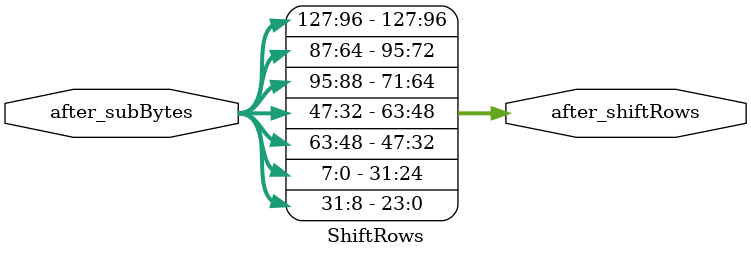
<source format=v>
module ShiftRows(
  input wire [127:0] after_subBytes,
  output wire [127:0] after_shiftRows
);
  
    // no shift
    assign after_shiftRows[127:120] = after_subBytes[127:120];
  	assign after_shiftRows[119:112] = after_subBytes[119:112];
  	assign after_shiftRows[111:104] = after_subBytes[111:104];
  	assign after_shiftRows[103:96]  = after_subBytes[103:96];
    // left-shift: one bytes
  	assign after_shiftRows[71:64] = after_subBytes[95:88];
  	assign after_shiftRows[95:88] = after_subBytes[87:80];
  	assign after_shiftRows[87:80] = after_subBytes[79:72];
  	assign after_shiftRows[79:72] = after_subBytes[71:64];
  	//left-shift: two bytes
  	assign after_shiftRows[47:40] = after_subBytes[63:56];
  	assign after_shiftRows[39:32] = after_subBytes[55:48];
  	assign after_shiftRows[63:56] = after_subBytes[47:40];
  	assign after_shiftRows[55:48] = after_subBytes[39:32];
    //left-shift: three bytes
  	assign after_shiftRows[23:16] = after_subBytes[31:24];
  	assign after_shiftRows[15:8]  = after_subBytes[23:16];
  	assign after_shiftRows[7:0]   = after_subBytes[15:8];
  	assign after_shiftRows[31:24] = after_subBytes[7:0];
endmodule
</source>
